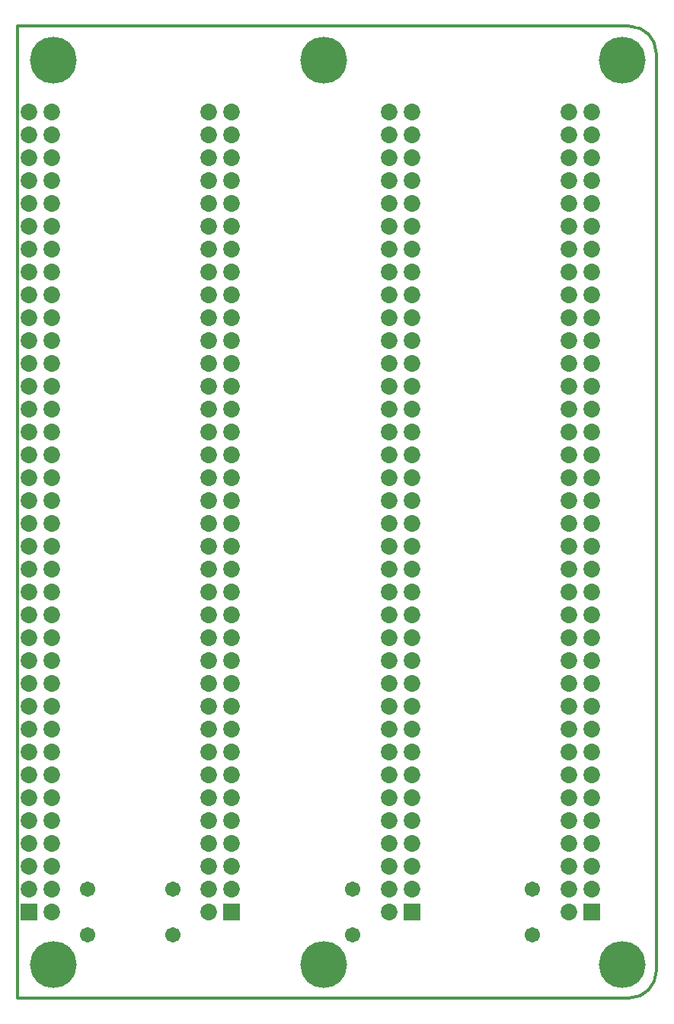
<source format=gts>
G04 Layer_Color=8388736*
%FSLAX44Y44*%
%MOMM*%
G71*
G01*
G75*
%ADD13C,0.3500*%
%ADD21C,5.2032*%
%ADD22C,1.7032*%
%ADD23C,1.8542*%
%ADD24R,1.8542X1.8542*%
D13*
X710000Y-30000D02*
G03*
X680000Y0I-30000J0D01*
G01*
Y-1080000D02*
G03*
X710000Y-1050000I0J30000D01*
G01*
X0Y0D02*
X680000D01*
X710000Y-1050000D02*
Y-30000D01*
X0Y-1080000D02*
X680000D01*
X0D02*
Y0D01*
D21*
X672500Y-37500D02*
D03*
X672500Y-1042500D02*
D03*
X340000Y-37500D02*
D03*
Y-1042500D02*
D03*
X40000D02*
D03*
Y-37500D02*
D03*
D22*
X572500Y-959100D02*
D03*
Y-1009900D02*
D03*
X372500Y-959100D02*
D03*
Y-1009900D02*
D03*
X172500Y-959100D02*
D03*
Y-1009900D02*
D03*
X77500Y-959100D02*
D03*
Y-1009900D02*
D03*
D23*
X638100Y-95500D02*
D03*
X612700D02*
D03*
X638100Y-197100D02*
D03*
X612700D02*
D03*
X638100Y-171700D02*
D03*
X612700D02*
D03*
X638100Y-146300D02*
D03*
X612700D02*
D03*
X638100Y-120900D02*
D03*
X612700D02*
D03*
X638100Y-222500D02*
D03*
X612700D02*
D03*
X638100Y-349500D02*
D03*
X612700D02*
D03*
X638100Y-324100D02*
D03*
X612700D02*
D03*
X638100Y-298700D02*
D03*
X612700D02*
D03*
X638100Y-273300D02*
D03*
X612700D02*
D03*
X638100Y-247900D02*
D03*
X612700D02*
D03*
Y-984500D02*
D03*
X638100Y-959100D02*
D03*
X612700D02*
D03*
X638100Y-933700D02*
D03*
X612700D02*
D03*
X638100Y-908300D02*
D03*
X612700D02*
D03*
X638100Y-882900D02*
D03*
X612700D02*
D03*
X638100Y-857500D02*
D03*
X612700D02*
D03*
X638100Y-832100D02*
D03*
X612700D02*
D03*
X638100Y-806700D02*
D03*
X612700D02*
D03*
X638100Y-781300D02*
D03*
X612700D02*
D03*
X638100Y-755900D02*
D03*
X612700D02*
D03*
X638100Y-730500D02*
D03*
X612700D02*
D03*
X638100Y-705100D02*
D03*
X612700D02*
D03*
X638100Y-679700D02*
D03*
X612700D02*
D03*
X638100Y-654300D02*
D03*
X612700D02*
D03*
X638100Y-628900D02*
D03*
X612700D02*
D03*
X638100Y-603500D02*
D03*
X612700D02*
D03*
X638100Y-578100D02*
D03*
X612700D02*
D03*
X638100Y-552700D02*
D03*
X612700D02*
D03*
X638100Y-527300D02*
D03*
X612700D02*
D03*
X638100Y-501900D02*
D03*
X612700D02*
D03*
X638100Y-476500D02*
D03*
X612700D02*
D03*
X638100Y-451100D02*
D03*
X612700D02*
D03*
X638100Y-425700D02*
D03*
X612700D02*
D03*
X638100Y-400300D02*
D03*
X612700D02*
D03*
X638100Y-374900D02*
D03*
X612700D02*
D03*
X438100Y-95500D02*
D03*
X412700D02*
D03*
X438100Y-197100D02*
D03*
X412700D02*
D03*
X438100Y-171700D02*
D03*
X412700D02*
D03*
X438100Y-146300D02*
D03*
X412700D02*
D03*
X438100Y-120900D02*
D03*
X412700D02*
D03*
X438100Y-222500D02*
D03*
X412700D02*
D03*
X438100Y-349500D02*
D03*
X412700D02*
D03*
X438100Y-324100D02*
D03*
X412700D02*
D03*
X438100Y-298700D02*
D03*
X412700D02*
D03*
X438100Y-273300D02*
D03*
X412700D02*
D03*
X438100Y-247900D02*
D03*
X412700D02*
D03*
Y-984500D02*
D03*
X438100Y-959100D02*
D03*
X412700D02*
D03*
X438100Y-933700D02*
D03*
X412700D02*
D03*
X438100Y-908300D02*
D03*
X412700D02*
D03*
X438100Y-882900D02*
D03*
X412700D02*
D03*
X438100Y-857500D02*
D03*
X412700D02*
D03*
X438100Y-832100D02*
D03*
X412700D02*
D03*
X438100Y-806700D02*
D03*
X412700D02*
D03*
X438100Y-781300D02*
D03*
X412700D02*
D03*
X438100Y-755900D02*
D03*
X412700D02*
D03*
X438100Y-730500D02*
D03*
X412700D02*
D03*
X438100Y-705100D02*
D03*
X412700D02*
D03*
X438100Y-679700D02*
D03*
X412700D02*
D03*
X438100Y-654300D02*
D03*
X412700D02*
D03*
X438100Y-628900D02*
D03*
X412700D02*
D03*
X438100Y-603500D02*
D03*
X412700D02*
D03*
X438100Y-578100D02*
D03*
X412700D02*
D03*
X438100Y-552700D02*
D03*
X412700D02*
D03*
X438100Y-527300D02*
D03*
X412700D02*
D03*
X438100Y-501900D02*
D03*
X412700D02*
D03*
X438100Y-476500D02*
D03*
X412700D02*
D03*
X438100Y-451100D02*
D03*
X412700D02*
D03*
X438100Y-425700D02*
D03*
X412700D02*
D03*
X438100Y-400300D02*
D03*
X412700D02*
D03*
X438100Y-374900D02*
D03*
X412700D02*
D03*
X238100Y-95500D02*
D03*
X212700D02*
D03*
X238100Y-197100D02*
D03*
X212700D02*
D03*
X238100Y-171700D02*
D03*
X212700D02*
D03*
X238100Y-146300D02*
D03*
X212700D02*
D03*
X238100Y-120900D02*
D03*
X212700D02*
D03*
X238100Y-222500D02*
D03*
X212700D02*
D03*
X238100Y-349500D02*
D03*
X212700D02*
D03*
X238100Y-324100D02*
D03*
X212700D02*
D03*
X238100Y-298700D02*
D03*
X212700D02*
D03*
X238100Y-273300D02*
D03*
X212700D02*
D03*
X238100Y-247900D02*
D03*
X212700D02*
D03*
Y-984500D02*
D03*
X238100Y-959100D02*
D03*
X212700D02*
D03*
X238100Y-933700D02*
D03*
X212700D02*
D03*
X238100Y-908300D02*
D03*
X212700D02*
D03*
X238100Y-882900D02*
D03*
X212700D02*
D03*
X238100Y-857500D02*
D03*
X212700D02*
D03*
X238100Y-832100D02*
D03*
X212700D02*
D03*
X238100Y-806700D02*
D03*
X212700D02*
D03*
X238100Y-781300D02*
D03*
X212700D02*
D03*
X238100Y-755900D02*
D03*
X212700D02*
D03*
X238100Y-730500D02*
D03*
X212700D02*
D03*
X238100Y-705100D02*
D03*
X212700D02*
D03*
X238100Y-679700D02*
D03*
X212700D02*
D03*
X238100Y-654300D02*
D03*
X212700D02*
D03*
X238100Y-628900D02*
D03*
X212700D02*
D03*
X238100Y-603500D02*
D03*
X212700D02*
D03*
X238100Y-578100D02*
D03*
X212700D02*
D03*
X238100Y-552700D02*
D03*
X212700D02*
D03*
X238100Y-527300D02*
D03*
X212700D02*
D03*
X238100Y-501900D02*
D03*
X212700D02*
D03*
X238100Y-476500D02*
D03*
X212700D02*
D03*
X238100Y-451100D02*
D03*
X212700D02*
D03*
X238100Y-425700D02*
D03*
X212700D02*
D03*
X238100Y-400300D02*
D03*
X212700D02*
D03*
X238100Y-374900D02*
D03*
X212700D02*
D03*
X12700Y-95500D02*
D03*
X38100D02*
D03*
X12700Y-197100D02*
D03*
X38100D02*
D03*
X12700Y-171700D02*
D03*
X38100D02*
D03*
X12700Y-146300D02*
D03*
X38100D02*
D03*
X12700Y-120900D02*
D03*
X38100D02*
D03*
X12700Y-222500D02*
D03*
X38100D02*
D03*
X12700Y-349500D02*
D03*
X38100D02*
D03*
X12700Y-324100D02*
D03*
X38100D02*
D03*
X12700Y-298700D02*
D03*
X38100D02*
D03*
X12700Y-273300D02*
D03*
X38100D02*
D03*
X12700Y-247900D02*
D03*
X38100D02*
D03*
Y-984500D02*
D03*
X12700Y-959100D02*
D03*
X38100D02*
D03*
X12700Y-933700D02*
D03*
X38100D02*
D03*
X12700Y-908300D02*
D03*
X38100D02*
D03*
X12700Y-882900D02*
D03*
X38100D02*
D03*
X12700Y-857500D02*
D03*
X38100D02*
D03*
X12700Y-832100D02*
D03*
X38100D02*
D03*
X12700Y-806700D02*
D03*
X38100D02*
D03*
X12700Y-781300D02*
D03*
X38100D02*
D03*
X12700Y-755900D02*
D03*
X38100D02*
D03*
X12700Y-730500D02*
D03*
X38100D02*
D03*
X12700Y-705100D02*
D03*
X38100D02*
D03*
X12700Y-679700D02*
D03*
X38100D02*
D03*
X12700Y-654300D02*
D03*
X38100D02*
D03*
X12700Y-628900D02*
D03*
X38100D02*
D03*
X12700Y-603500D02*
D03*
X38100D02*
D03*
X12700Y-578100D02*
D03*
X38100D02*
D03*
X12700Y-552700D02*
D03*
X38100D02*
D03*
X12700Y-527300D02*
D03*
X38100D02*
D03*
X12700Y-501900D02*
D03*
X38100D02*
D03*
X12700Y-476500D02*
D03*
X38100D02*
D03*
X12700Y-451100D02*
D03*
X38100D02*
D03*
X12700Y-425700D02*
D03*
X38100D02*
D03*
X12700Y-400300D02*
D03*
X38100D02*
D03*
X12700Y-374900D02*
D03*
X38100D02*
D03*
D24*
X638100Y-984500D02*
D03*
X438100D02*
D03*
X238100D02*
D03*
X12700D02*
D03*
M02*

</source>
